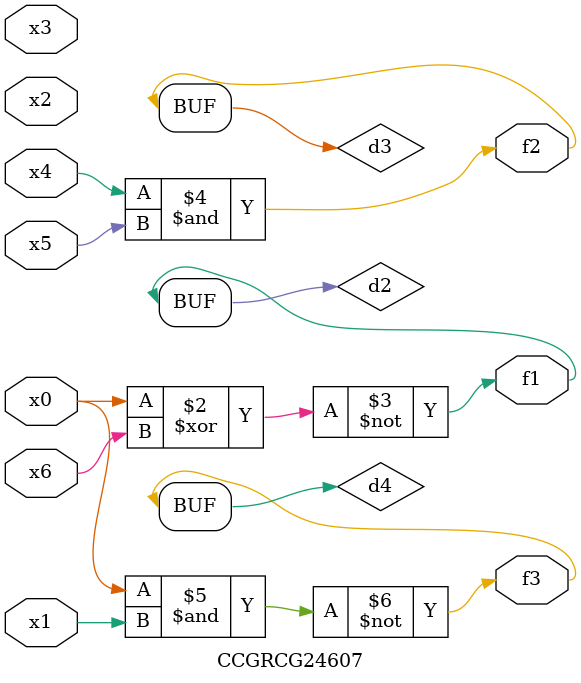
<source format=v>
module CCGRCG24607(
	input x0, x1, x2, x3, x4, x5, x6,
	output f1, f2, f3
);

	wire d1, d2, d3, d4;

	nor (d1, x0);
	xnor (d2, x0, x6);
	and (d3, x4, x5);
	nand (d4, x0, x1);
	assign f1 = d2;
	assign f2 = d3;
	assign f3 = d4;
endmodule

</source>
